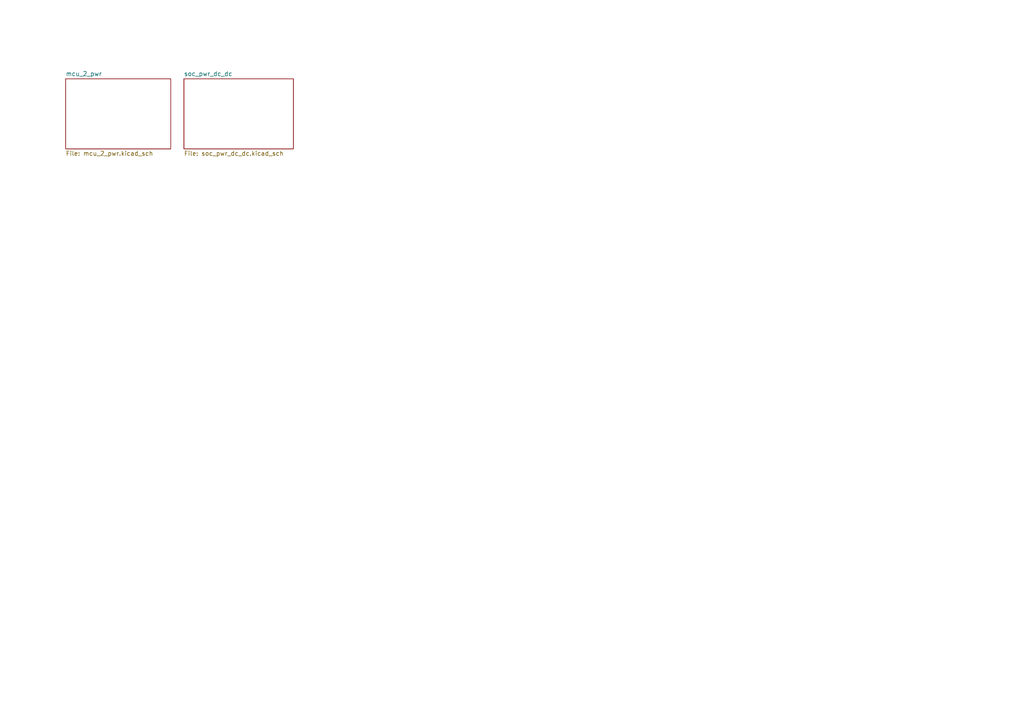
<source format=kicad_sch>
(kicad_sch
	(version 20250114)
	(generator "eeschema")
	(generator_version "9.0")
	(uuid "89a53337-584a-4d0c-9470-8097cf03e1ef")
	(paper "A4")
	(lib_symbols)
	(sheet
		(at 53.34 22.86)
		(size 31.75 20.32)
		(exclude_from_sim no)
		(in_bom yes)
		(on_board yes)
		(dnp no)
		(fields_autoplaced yes)
		(stroke
			(width 0.1524)
			(type solid)
		)
		(fill
			(color 0 0 0 0.0000)
		)
		(uuid "75093160-75ef-41c5-b785-aab54786a717")
		(property "Sheetname" "soc_pwr_dc_dc"
			(at 53.34 22.1484 0)
			(effects
				(font
					(size 1.27 1.27)
				)
				(justify left bottom)
			)
		)
		(property "Sheetfile" "soc_pwr_dc_dc.kicad_sch"
			(at 53.34 43.7646 0)
			(effects
				(font
					(size 1.27 1.27)
				)
				(justify left top)
			)
		)
		(instances
			(project "nidar_telemetry"
				(path "/efd31185-3543-47ff-8a92-495737e3ec23/35632bfe-e329-46c0-8d16-801230967f8f"
					(page "8")
				)
			)
		)
	)
	(sheet
		(at 19.05 22.86)
		(size 30.48 20.32)
		(exclude_from_sim no)
		(in_bom yes)
		(on_board yes)
		(dnp no)
		(fields_autoplaced yes)
		(stroke
			(width 0.1524)
			(type solid)
		)
		(fill
			(color 0 0 0 0.0000)
		)
		(uuid "d5908f0b-505c-4bdf-84ff-371ee2c7943a")
		(property "Sheetname" "mcu_2_pwr"
			(at 19.05 22.1484 0)
			(effects
				(font
					(size 1.27 1.27)
				)
				(justify left bottom)
			)
		)
		(property "Sheetfile" "mcu_2_pwr.kicad_sch"
			(at 19.05 43.7646 0)
			(effects
				(font
					(size 1.27 1.27)
				)
				(justify left top)
			)
		)
		(instances
			(project "nidar_telemetry"
				(path "/efd31185-3543-47ff-8a92-495737e3ec23/35632bfe-e329-46c0-8d16-801230967f8f"
					(page "7")
				)
			)
		)
	)
)

</source>
